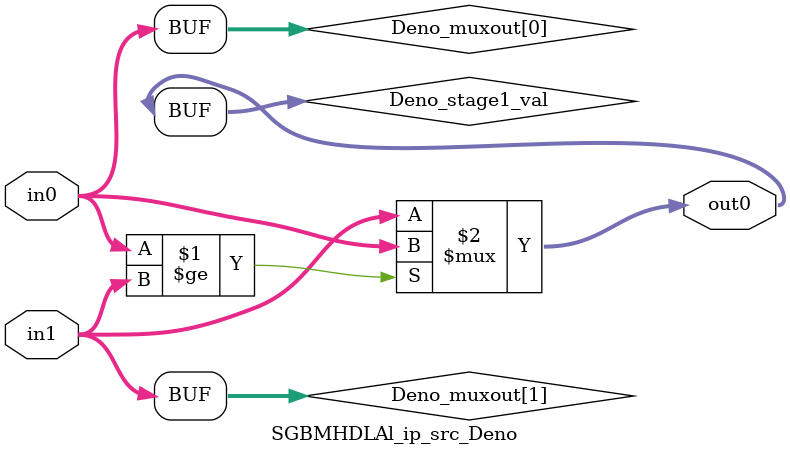
<source format=v>



`timescale 1 ns / 1 ns

module SGBMHDLAl_ip_src_Deno
          (in0,
           in1,
           out0);


  input   signed [12:0] in0;  // sfix13
  input   signed [12:0] in1;  // sfix13
  output  signed [12:0] out0;  // sfix13


  wire signed [12:0] Deno_muxout [0:1];  // sfix13 [2]
  wire signed [12:0] Deno_stage1_val;  // sfix13


  assign Deno_muxout[0] = in0;
  assign Deno_muxout[1] = in1;

  // ---- Tree max implementation ----
  // ---- Tree max stage 1 ----
  assign Deno_stage1_val = (Deno_muxout[0] >= Deno_muxout[1] ? Deno_muxout[0] :
              Deno_muxout[1]);



  assign out0 = Deno_stage1_val;

endmodule  // SGBMHDLAl_ip_src_Deno


</source>
